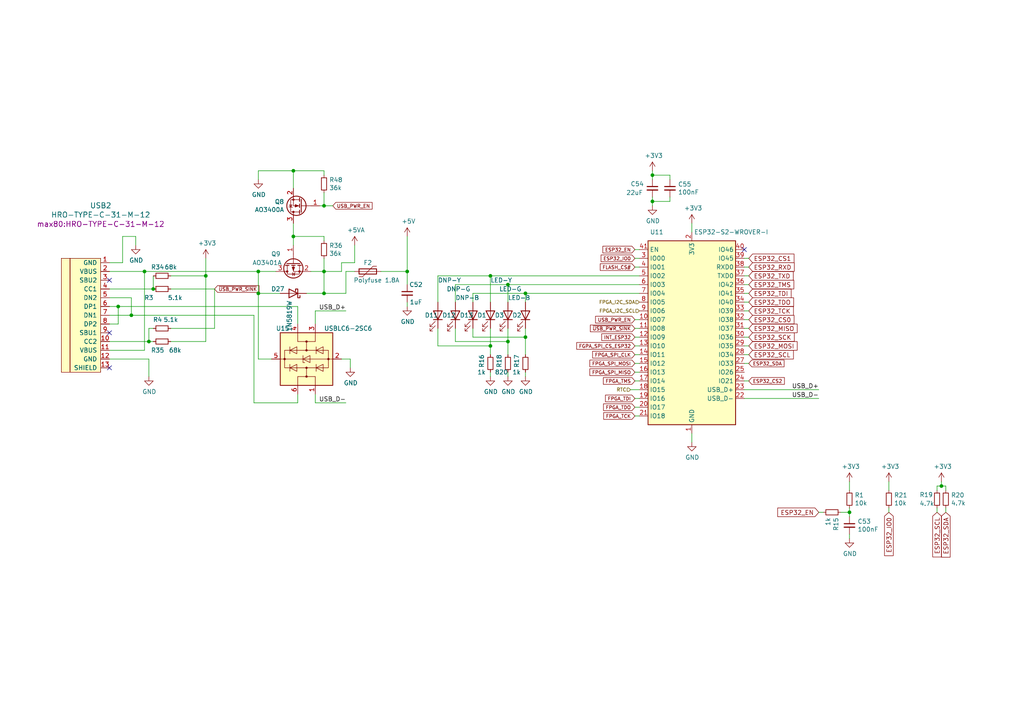
<source format=kicad_sch>
(kicad_sch (version 20230121) (generator eeschema)
  (paper "A4")
  (title_block (title "MAX80") (date "2021-02-22") (rev "0.01") (company "Peter o Per"))
  (lib_symbols
    (symbol "Device:C_Small" (pin_numbers hide) (pin_names (offset 0.254) hide)
      (property "Reference" "C" (at 0.254 1.778 0))
      (property "Value" "Device_C_Small" (at 0.254 -2.032 0))
      (symbol "C_Small_0_1"
        (polyline (pts (xy -1.524 -0.508) (xy 1.524 -0.508)) (stroke (width 0.3302)))
        (polyline (pts (xy -1.524 0.508) (xy 1.524 0.508)) (stroke (width 0.3048)))
      )
      (symbol "C_Small_1_1"
        (pin passive line (at 0 2.54 270) (length 2.032) (name "~") (number "1"))
        (pin passive line (at 0 -2.54 90) (length 2.032) (name "~") (number "2"))
      )
    )
    (symbol "Device:D_Schottky" (pin_numbers hide) (pin_names (offset 1.016) hide)
      (property "Reference" "D" (at 0 2.54 0))
      (property "Value" "Device_D_Schottky" (at 0 -2.54 0))
      (symbol "D_Schottky_0_1"
        (polyline (pts (xy 1.27 0) (xy -1.27 0)))
        (polyline (pts (xy 1.27 1.27) (xy 1.27 -1.27) (xy -1.27 0) (xy 1.27 1.27)) (stroke (width 0.254)))
        (polyline (pts (xy -1.905 0.635) (xy -1.905 1.27) (xy -1.27 1.27) (xy -1.27 -1.27) (xy -0.635 -1.27) (xy -0.635 -0.635)) (stroke (width 0.254)))
      )
      (symbol "D_Schottky_1_1"
        (pin passive line (at -3.81 0 0) (length 2.54) (name "K") (number "1"))
        (pin passive line (at 3.81 0 180) (length 2.54) (name "A") (number "2"))
      )
    )
    (symbol "Device:LED" (pin_numbers hide) (pin_names (offset 1.016) hide)
      (property "Reference" "D" (at 0 2.54 0))
      (property "Value" "Device_LED" (at 0 -2.54 0))
      (symbol "LED_0_1"
        (polyline (pts (xy -1.27 -1.27) (xy -1.27 1.27)) (stroke (width 0.254)))
        (polyline (pts (xy -1.27 0) (xy 1.27 0)))
        (polyline (pts (xy 1.27 -1.27) (xy 1.27 1.27) (xy -1.27 0) (xy 1.27 -1.27)) (stroke (width 0.254)))
        (polyline (pts (xy -3.048 -0.762) (xy -4.572 -2.286) (xy -3.81 -2.286) (xy -4.572 -2.286) (xy -4.572 -1.524)))
        (polyline (pts (xy -1.778 -0.762) (xy -3.302 -2.286) (xy -2.54 -2.286) (xy -3.302 -2.286) (xy -3.302 -1.524)))
      )
      (symbol "LED_1_1"
        (pin passive line (at -3.81 0 0) (length 2.54) (name "K") (number "1"))
        (pin passive line (at 3.81 0 180) (length 2.54) (name "A") (number "2"))
      )
    )
    (symbol "Device:Polyfuse" (pin_numbers hide) (pin_names (offset 0))
      (property "Reference" "F" (at -2.54 0 90))
      (property "Value" "Device_Polyfuse" (at 2.54 0 90))
      (symbol "Polyfuse_0_1"
        (rectangle (start -0.762 2.54) (end 0.762 -2.54) (stroke (width 0.254)))
        (polyline (pts (xy 0 2.54) (xy 0 -2.54)))
        (polyline (pts (xy -1.524 2.54) (xy -1.524 1.524) (xy 1.524 -1.524) (xy 1.524 -2.54)))
      )
      (symbol "Polyfuse_1_1"
        (pin passive line (at 0 3.81 270) (length 1.27) (name "~") (number "1"))
        (pin passive line (at 0 -3.81 90) (length 1.27) (name "~") (number "2"))
      )
    )
    (symbol "Device:R_Small" (pin_numbers hide) (pin_names (offset 0.254) hide)
      (property "Reference" "R" (at 0.762 0.508 0))
      (property "Value" "Device_R_Small" (at 0.762 -1.016 0))
      (symbol "R_Small_0_1"
        (rectangle (start -0.762 1.778) (end 0.762 -1.778) (stroke (width 0.2032)))
      )
      (symbol "R_Small_1_1"
        (pin passive line (at 0 2.54 270) (length 0.762) (name "~") (number "1"))
        (pin passive line (at 0 -2.54 90) (length 0.762) (name "~") (number "2"))
      )
    )
    (symbol "Power_Protection:USBLC6-2SC6" (pin_names hide)
      (property "Reference" "U" (at 2.54 8.89 0))
      (property "Value" "Power_Protection_USBLC6-2SC6" (at 2.54 -8.89 0))
      (symbol "USBLC6-2SC6_0_1"
        (rectangle (start -7.62 -7.62) (end 7.62 7.62) (stroke (width 0.254)) (fill (type background)))
        (circle (center -5.08 0) (radius 0.254) (fill (type outline)))
        (circle (center -2.54 0) (radius 0.254) (fill (type outline)))
        (rectangle (start -2.54 6.35) (end 2.54 -6.35))
        (circle (center 0 -6.35) (radius 0.254) (fill (type outline)))
        (polyline (pts (xy -5.08 -2.54) (xy -7.62 -2.54)))
        (polyline (pts (xy -5.08 0) (xy -5.08 -2.54)))
        (polyline (pts (xy -5.08 2.54) (xy -7.62 2.54)))
        (polyline (pts (xy -1.524 -2.794) (xy -3.556 -2.794)))
        (polyline (pts (xy -1.524 4.826) (xy -3.556 4.826)))
        (polyline (pts (xy 0 -7.62) (xy 0 -6.35)))
        (polyline (pts (xy 0 -6.35) (xy 0 1.27)))
        (polyline (pts (xy 0 1.27) (xy 0 6.35)))
        (polyline (pts (xy 0 6.35) (xy 0 7.62)))
        (polyline (pts (xy 1.524 -2.794) (xy 3.556 -2.794)))
        (polyline (pts (xy 1.524 4.826) (xy 3.556 4.826)))
        (polyline (pts (xy 5.08 -2.54) (xy 7.62 -2.54)))
        (polyline (pts (xy 5.08 0) (xy 5.08 -2.54)))
        (polyline (pts (xy 5.08 2.54) (xy 7.62 2.54)))
        (polyline (pts (xy -2.54 0) (xy -5.08 0) (xy -5.08 2.54)))
        (polyline (pts (xy 2.54 0) (xy 5.08 0) (xy 5.08 2.54)))
        (polyline (pts (xy -3.556 -4.826) (xy -1.524 -4.826) (xy -2.54 -2.794) (xy -3.556 -4.826)))
        (polyline (pts (xy -3.556 2.794) (xy -1.524 2.794) (xy -2.54 4.826) (xy -3.556 2.794)))
        (polyline (pts (xy -1.016 -1.016) (xy 1.016 -1.016) (xy 0 1.016) (xy -1.016 -1.016)))
        (polyline (pts (xy 1.016 1.016) (xy 0.762 1.016) (xy -1.016 1.016) (xy -1.016 0.508)))
        (polyline (pts (xy 3.556 -4.826) (xy 1.524 -4.826) (xy 2.54 -2.794) (xy 3.556 -4.826)))
        (polyline (pts (xy 3.556 2.794) (xy 1.524 2.794) (xy 2.54 4.826) (xy 3.556 2.794)))
        (circle (center 0 6.35) (radius 0.254) (fill (type outline)))
        (circle (center 2.54 0) (radius 0.254) (fill (type outline)))
        (circle (center 5.08 0) (radius 0.254) (fill (type outline)))
      )
      (symbol "USBLC6-2SC6_1_1"
        (pin passive line (at -10.16 -2.54 0) (length 2.54) (name "I/O1") (number "1"))
        (pin passive line (at 0 -10.16 90) (length 2.54) (name "GND") (number "2"))
        (pin passive line (at 10.16 -2.54 180) (length 2.54) (name "I/O2") (number "3"))
        (pin passive line (at 10.16 2.54 180) (length 2.54) (name "I/O2") (number "4"))
        (pin passive line (at 0 10.16 270) (length 2.54) (name "VBUS") (number "5"))
        (pin passive line (at -10.16 2.54 0) (length 2.54) (name "I/O1") (number "6"))
      )
    )
    (symbol "RF_Module:ESP32-S2-WROVER-I"
      (property "Reference" "U" (at -12.7 29.21 0))
      (property "Value" "RF_Module_ESP32-S2-WROVER-I" (at 2.54 29.21 0))
      (symbol "ESP32-S2-WROVER-I_0_1"
        (rectangle (start -12.7 27.94) (end 12.7 -25.4) (stroke (width 0.254)) (fill (type background)))
      )
      (symbol "ESP32-S2-WROVER-I_1_1"
        (pin power_in line (at 0 -27.94 90) (length 2.54) (name "GND") (number "1"))
        (pin bidirectional line (at -15.24 5.08 0) (length 2.54) (name "IO07") (number "10"))
        (pin bidirectional line (at -15.24 2.54 0) (length 2.54) (name "IO08") (number "11"))
        (pin bidirectional line (at -15.24 0 0) (length 2.54) (name "IO09") (number "12"))
        (pin bidirectional line (at -15.24 -2.54 0) (length 2.54) (name "IO10") (number "13"))
        (pin bidirectional line (at -15.24 -5.08 0) (length 2.54) (name "IO11") (number "14"))
        (pin bidirectional line (at -15.24 -7.62 0) (length 2.54) (name "IO12") (number "15"))
        (pin bidirectional line (at -15.24 -10.16 0) (length 2.54) (name "IO13") (number "16"))
        (pin bidirectional line (at -15.24 -12.7 0) (length 2.54) (name "IO14") (number "17"))
        (pin bidirectional line (at -15.24 -15.24 0) (length 2.54) (name "IO15") (number "18"))
        (pin bidirectional line (at -15.24 -17.78 0) (length 2.54) (name "IO16") (number "19"))
        (pin power_in line (at 0 30.48 270) (length 2.54) (name "3V3") (number "2"))
        (pin bidirectional line (at -15.24 -20.32 0) (length 2.54) (name "IO17") (number "20"))
        (pin bidirectional line (at -15.24 -22.86 0) (length 2.54) (name "IO18") (number "21"))
        (pin bidirectional line (at 15.24 -17.78 180) (length 2.54) (name "USB_D-") (number "22"))
        (pin bidirectional line (at 15.24 -15.24 180) (length 2.54) (name "USB_D+") (number "23"))
        (pin bidirectional line (at 15.24 -12.7 180) (length 2.54) (name "IO21") (number "24"))
        (pin bidirectional line (at 15.24 -10.16 180) (length 2.54) (name "IO26") (number "25"))
        (pin passive line (at 0 -27.94 90) (length 2.54) hide (name "GND") (number "26"))
        (pin bidirectional line (at 15.24 -7.62 180) (length 2.54) (name "IO33") (number "27"))
        (pin bidirectional line (at 15.24 -5.08 180) (length 2.54) (name "IO34") (number "28"))
        (pin bidirectional line (at 15.24 -2.54 180) (length 2.54) (name "IO35") (number "29"))
        (pin bidirectional line (at -15.24 22.86 0) (length 2.54) (name "IO00") (number "3"))
        (pin bidirectional line (at 15.24 0 180) (length 2.54) (name "IO36") (number "30"))
        (pin bidirectional line (at 15.24 2.54 180) (length 2.54) (name "IO37") (number "31"))
        (pin bidirectional line (at 15.24 5.08 180) (length 2.54) (name "IO38") (number "32"))
        (pin bidirectional line (at 15.24 7.62 180) (length 2.54) (name "IO39") (number "33"))
        (pin bidirectional line (at 15.24 10.16 180) (length 2.54) (name "IO40") (number "34"))
        (pin bidirectional line (at 15.24 12.7 180) (length 2.54) (name "IO41") (number "35"))
        (pin bidirectional line (at 15.24 15.24 180) (length 2.54) (name "IO42") (number "36"))
        (pin bidirectional line (at 15.24 17.78 180) (length 2.54) (name "TXD0") (number "37"))
        (pin bidirectional line (at 15.24 20.32 180) (length 2.54) (name "RXD0") (number "38"))
        (pin bidirectional line (at 15.24 22.86 180) (length 2.54) (name "IO45") (number "39"))
        (pin bidirectional line (at -15.24 20.32 0) (length 2.54) (name "IO01") (number "4"))
        (pin input line (at 15.24 25.4 180) (length 2.54) (name "IO46") (number "40"))
        (pin input line (at -15.24 25.4 0) (length 2.54) (name "EN") (number "41"))
        (pin passive line (at 0 -27.94 90) (length 2.54) hide (name "GND") (number "42"))
        (pin passive line (at 0 -27.94 90) (length 2.54) hide (name "GND") (number "43"))
        (pin bidirectional line (at -15.24 17.78 0) (length 2.54) (name "IO02") (number "5"))
        (pin bidirectional line (at -15.24 15.24 0) (length 2.54) (name "IO03") (number "6"))
        (pin bidirectional line (at -15.24 12.7 0) (length 2.54) (name "IO04") (number "7"))
        (pin bidirectional line (at -15.24 10.16 0) (length 2.54) (name "IO05") (number "8"))
        (pin bidirectional line (at -15.24 7.62 0) (length 2.54) (name "IO06") (number "9"))
      )
    )
    (symbol "Transistor_FET:AO3400A" (pin_names hide)
      (property "Reference" "Q" (at 5.08 1.905 0))
      (property "Value" "Transistor_FET_AO3400A" (at 5.08 0 0))
      (symbol "AO3400A_0_1"
        (polyline (pts (xy 0.254 0) (xy -2.54 0)))
        (polyline (pts (xy 0.254 1.905) (xy 0.254 -1.905)) (stroke (width 0.254)))
        (polyline (pts (xy 0.762 -1.27) (xy 0.762 -2.286)) (stroke (width 0.254)))
        (polyline (pts (xy 0.762 0.508) (xy 0.762 -0.508)) (stroke (width 0.254)))
        (polyline (pts (xy 0.762 2.286) (xy 0.762 1.27)) (stroke (width 0.254)))
        (polyline (pts (xy 2.54 2.54) (xy 2.54 1.778)))
        (polyline (pts (xy 2.54 -2.54) (xy 2.54 0) (xy 0.762 0)))
        (polyline (pts (xy 0.762 -1.778) (xy 3.302 -1.778) (xy 3.302 1.778) (xy 0.762 1.778)))
        (polyline (pts (xy 1.016 0) (xy 2.032 0.381) (xy 2.032 -0.381) (xy 1.016 0)) (fill (type outline)))
        (polyline (pts (xy 2.794 0.508) (xy 2.921 0.381) (xy 3.683 0.381) (xy 3.81 0.254)))
        (polyline (pts (xy 3.302 0.381) (xy 2.921 -0.254) (xy 3.683 -0.254) (xy 3.302 0.381)))
        (circle (center 1.651 0) (radius 2.794) (stroke (width 0.254)))
        (circle (center 2.54 -1.778) (radius 0.254) (fill (type outline)))
        (circle (center 2.54 1.778) (radius 0.254) (fill (type outline)))
      )
      (symbol "AO3400A_1_1"
        (pin input line (at -5.08 0 0) (length 2.54) (name "G") (number "1"))
        (pin passive line (at 2.54 -5.08 90) (length 2.54) (name "S") (number "2"))
        (pin passive line (at 2.54 5.08 270) (length 2.54) (name "D") (number "3"))
      )
    )
    (symbol "Transistor_FET:AO3401A" (pin_names hide)
      (property "Reference" "Q" (at 5.08 1.905 0))
      (property "Value" "Transistor_FET_AO3401A" (at 5.08 0 0))
      (symbol "AO3401A_0_1"
        (polyline (pts (xy 0.254 0) (xy -2.54 0)))
        (polyline (pts (xy 0.254 1.905) (xy 0.254 -1.905)) (stroke (width 0.254)))
        (polyline (pts (xy 0.762 -1.27) (xy 0.762 -2.286)) (stroke (width 0.254)))
        (polyline (pts (xy 0.762 0.508) (xy 0.762 -0.508)) (stroke (width 0.254)))
        (polyline (pts (xy 0.762 2.286) (xy 0.762 1.27)) (stroke (width 0.254)))
        (polyline (pts (xy 2.54 2.54) (xy 2.54 1.778)))
        (polyline (pts (xy 2.54 -2.54) (xy 2.54 0) (xy 0.762 0)))
        (polyline (pts (xy 0.762 1.778) (xy 3.302 1.778) (xy 3.302 -1.778) (xy 0.762 -1.778)))
        (polyline (pts (xy 2.286 0) (xy 1.27 0.381) (xy 1.27 -0.381) (xy 2.286 0)) (fill (type outline)))
        (polyline (pts (xy 2.794 -0.508) (xy 2.921 -0.381) (xy 3.683 -0.381) (xy 3.81 -0.254)))
        (polyline (pts (xy 3.302 -0.381) (xy 2.921 0.254) (xy 3.683 0.254) (xy 3.302 -0.381)))
        (circle (center 1.651 0) (radius 2.794) (stroke (width 0.254)))
        (circle (center 2.54 -1.778) (radius 0.254) (fill (type outline)))
        (circle (center 2.54 1.778) (radius 0.254) (fill (type outline)))
      )
      (symbol "AO3401A_1_1"
        (pin input line (at -5.08 0 0) (length 2.54) (name "G") (number "1"))
        (pin passive line (at 2.54 -5.08 90) (length 2.54) (name "S") (number "2"))
        (pin passive line (at 2.54 5.08 270) (length 2.54) (name "D") (number "3"))
      )
    )
    (symbol "max80:HRO-TYPE-C-31-M-12" (pin_names (offset 1.016))
      (property "Reference" "USB" (at -5.08 16.51 0))
      (property "Value" "HRO-TYPE-C-31-M-12" (at -10.16 -1.27 90))
      (symbol "HRO-TYPE-C-31-M-12_0_1"
        (rectangle (start -11.43 15.24) (end -8.89 -17.78) (fill (type background)))
        (rectangle (start 0 -17.78) (end -8.89 15.24) (fill (type background)))
      )
      (symbol "HRO-TYPE-C-31-M-12_1_1"
        (pin input line (at 2.54 13.97 180) (length 2.54) (name "GND") (number "1"))
        (pin input line (at 2.54 -8.89 180) (length 2.54) (name "CC2") (number "10"))
        (pin input line (at 2.54 -11.43 180) (length 2.54) (name "VBUS") (number "11"))
        (pin input line (at 2.54 -13.97 180) (length 2.54) (name "GND") (number "12"))
        (pin input line (at 2.54 -16.51 180) (length 2.54) (name "SHIELD") (number "13"))
        (pin input line (at 2.54 11.43 180) (length 2.54) (name "VBUS") (number "2"))
        (pin input line (at 2.54 8.89 180) (length 2.54) (name "SBU2") (number "3"))
        (pin input line (at 2.54 6.35 180) (length 2.54) (name "CC1") (number "4"))
        (pin input line (at 2.54 3.81 180) (length 2.54) (name "DN2") (number "5"))
        (pin input line (at 2.54 1.27 180) (length 2.54) (name "DP1") (number "6"))
        (pin input line (at 2.54 -1.27 180) (length 2.54) (name "DN1") (number "7"))
        (pin input line (at 2.54 -3.81 180) (length 2.54) (name "DP2") (number "8"))
        (pin input line (at 2.54 -6.35 180) (length 2.54) (name "SBU1") (number "9"))
      )
    )
    (symbol "power:+3V3" (power) (pin_names (offset 0))
      (property "Value" "power_+3V3" (at 0 3.556 0))
      (symbol "+3V3_0_1"
        (polyline (pts (xy -0.762 1.27) (xy 0 2.54)))
        (polyline (pts (xy 0 0) (xy 0 2.54)))
        (polyline (pts (xy 0 2.54) (xy 0.762 1.27)))
      )
      (symbol "+3V3_1_1"
        (pin power_in line (at 0 0 90) (length 0) hide (name "+3V3") (number "1"))
      )
    )
    (symbol "power:+5V" (power) (pin_names (offset 0))
      (property "Value" "power_+5V" (at 0 3.556 0))
      (symbol "+5V_0_1"
        (polyline (pts (xy -0.762 1.27) (xy 0 2.54)))
        (polyline (pts (xy 0 0) (xy 0 2.54)))
        (polyline (pts (xy 0 2.54) (xy 0.762 1.27)))
      )
      (symbol "+5V_1_1"
        (pin power_in line (at 0 0 90) (length 0) hide (name "+5V") (number "1"))
      )
    )
    (symbol "power:+5VA" (power) (pin_names (offset 0))
      (property "Value" "power_+5VA" (at 0 3.556 0))
      (symbol "+5VA_0_1"
        (polyline (pts (xy -0.762 1.27) (xy 0 2.54)))
        (polyline (pts (xy 0 0) (xy 0 2.54)))
        (polyline (pts (xy 0 2.54) (xy 0.762 1.27)))
      )
      (symbol "+5VA_1_1"
        (pin power_in line (at 0 0 90) (length 0) hide (name "+5VA") (number "1"))
      )
    )
    (symbol "power:GND" (power) (pin_names (offset 0))
      (property "Value" "power_GND" (at 0 -3.81 0))
      (symbol "GND_0_1"
        (polyline (pts (xy 0 0) (xy 0 -1.27) (xy 1.27 -1.27) (xy 0 -2.54) (xy -1.27 -1.27) (xy 0 -1.27)))
      )
      (symbol "GND_1_1"
        (pin power_in line (at 0 0 270) (length 0) hide (name "GND") (number "1"))
      )
    )
  )
  (junction (at 85.09 49.53))
  (junction (at 246.38 148.59))
  (junction (at 93.98 59.69))
  (junction (at 93.98 85.09))
  (junction (at 74.93 78.74))
  (junction (at 189.23 50.8))
  (junction (at 44.45 83.82))
  (junction (at 38.1 91.44))
  (junction (at 118.11 78.74))
  (junction (at 74.93 85.09))
  (junction (at 41.91 78.74))
  (junction (at 152.4 85.09))
  (junction (at 273.05 140.97))
  (junction (at 59.69 80.01))
  (junction (at 147.32 99.06))
  (junction (at 34.29 88.9))
  (junction (at 43.18 99.06))
  (junction (at 147.32 82.55))
  (junction (at 85.09 68.58))
  (junction (at 152.4 97.79))
  (junction (at 142.24 100.33))
  (junction (at 189.23 58.42))
  (junction (at 142.24 80.01))
  (junction (at 93.98 78.74))
  (no_connect (at 31.75 96.52))
  (no_connect (at 31.75 106.68))
  (no_connect (at 215.9 72.39))
  (no_connect (at 31.75 81.28))
  (wire (pts (xy 185.42 100.33) (xy 184.15 100.33)))
  (wire (pts (xy 152.4 95.25) (xy 152.4 97.79)))
  (wire (pts (xy 86.36 88.9) (xy 86.36 93.98)))
  (wire (pts (xy 85.09 68.58) (xy 93.98 68.58)))
  (wire (pts (xy 184.15 120.65) (xy 185.42 120.65)))
  (wire (pts (xy 142.24 80.01) (xy 185.42 80.01)))
  (wire (pts (xy 273.05 140.97) (xy 274.32 140.97)))
  (wire (pts (xy 93.98 85.09) (xy 100.33 85.09)))
  (wire (pts (xy 246.38 147.32) (xy 246.38 148.59)))
  (wire (pts (xy 31.75 86.36) (xy 38.1 86.36)))
  (wire (pts (xy 127 87.63) (xy 127 80.01)))
  (wire (pts (xy 93.98 49.53) (xy 93.98 50.8)))
  (wire (pts (xy 127 95.25) (xy 127 100.33)))
  (wire (pts (xy 147.32 99.06) (xy 147.32 95.25)))
  (wire (pts (xy 99.06 104.14) (xy 101.6 104.14)))
  (wire (pts (xy 38.1 86.36) (xy 38.1 91.44)))
  (wire (pts (xy 44.45 80.01) (xy 44.45 83.82)))
  (wire (pts (xy 127 100.33) (xy 142.24 100.33)))
  (wire (pts (xy 41.91 101.6) (xy 41.91 78.74)))
  (wire (pts (xy 132.08 95.25) (xy 132.08 99.06)))
  (wire (pts (xy 92.71 59.69) (xy 93.98 59.69)))
  (wire (pts (xy 200.66 64.77) (xy 200.66 67.31)))
  (wire (pts (xy 62.23 95.25) (xy 49.53 95.25)))
  (wire (pts (xy 184.15 74.93) (xy 185.42 74.93)))
  (wire (pts (xy 91.44 116.84) (xy 91.44 114.3)))
  (wire (pts (xy 93.98 68.58) (xy 93.98 69.85)))
  (wire (pts (xy 93.98 78.74) (xy 93.98 85.09)))
  (wire (pts (xy 93.98 59.69) (xy 96.52 59.69)))
  (wire (pts (xy 215.9 77.47) (xy 217.17 77.47)))
  (wire (pts (xy 152.4 85.09) (xy 152.4 87.63)))
  (wire (pts (xy 152.4 85.09) (xy 185.42 85.09)))
  (wire (pts (xy 142.24 95.25) (xy 142.24 100.33)))
  (wire (pts (xy 38.1 91.44) (xy 73.66 91.44)))
  (wire (pts (xy 118.11 68.58) (xy 118.11 78.74)))
  (wire (pts (xy 31.75 101.6) (xy 41.91 101.6)))
  (wire (pts (xy 99.06 78.74) (xy 99.06 76.2)))
  (wire (pts (xy 185.42 110.49) (xy 184.15 110.49)))
  (wire (pts (xy 147.32 99.06) (xy 147.32 102.87)))
  (wire (pts (xy 90.17 78.74) (xy 93.98 78.74)))
  (wire (pts (xy 152.4 107.95) (xy 152.4 109.22)))
  (wire (pts (xy 31.75 91.44) (xy 38.1 91.44)))
  (wire (pts (xy 31.75 76.2) (xy 35.56 76.2)))
  (wire (pts (xy 132.08 82.55) (xy 147.32 82.55)))
  (wire (pts (xy 274.32 147.32) (xy 274.32 148.59)))
  (wire (pts (xy 274.32 140.97) (xy 274.32 142.24)))
  (wire (pts (xy 41.91 78.74) (xy 74.93 78.74)))
  (wire (pts (xy 59.69 80.01) (xy 59.69 74.93)))
  (wire (pts (xy 31.75 93.98) (xy 34.29 93.98)))
  (wire (pts (xy 85.09 49.53) (xy 93.98 49.53)))
  (wire (pts (xy 73.66 116.84) (xy 86.36 116.84)))
  (wire (pts (xy 185.42 105.41) (xy 184.15 105.41)))
  (wire (pts (xy 34.29 88.9) (xy 86.36 88.9)))
  (wire (pts (xy 35.56 68.58) (xy 39.37 68.58)))
  (wire (pts (xy 110.49 78.74) (xy 118.11 78.74)))
  (wire (pts (xy 147.32 82.55) (xy 185.42 82.55)))
  (wire (pts (xy 74.93 85.09) (xy 81.28 85.09)))
  (wire (pts (xy 118.11 87.63) (xy 118.11 88.9)))
  (wire (pts (xy 93.98 85.09) (xy 88.9 85.09)))
  (wire (pts (xy 49.53 80.01) (xy 59.69 80.01)))
  (wire (pts (xy 85.09 71.12) (xy 85.09 68.58)))
  (wire (pts (xy 93.98 78.74) (xy 99.06 78.74)))
  (wire (pts (xy 152.4 85.09) (xy 137.16 85.09)))
  (wire (pts (xy 189.23 58.42) (xy 194.31 58.42)))
  (wire (pts (xy 271.78 142.24) (xy 271.78 140.97)))
  (wire (pts (xy 271.78 140.97) (xy 273.05 140.97)))
  (wire (pts (xy 74.93 52.07) (xy 74.93 49.53)))
  (wire (pts (xy 59.69 99.06) (xy 59.69 80.01)))
  (wire (pts (xy 215.9 95.25) (xy 217.17 95.25)))
  (wire (pts (xy 43.18 99.06) (xy 44.45 99.06)))
  (wire (pts (xy 243.84 148.59) (xy 246.38 148.59)))
  (wire (pts (xy 194.31 58.42) (xy 194.31 57.15)))
  (wire (pts (xy 246.38 154.94) (xy 246.38 156.21)))
  (wire (pts (xy 100.33 85.09) (xy 100.33 78.74)))
  (wire (pts (xy 34.29 93.98) (xy 34.29 88.9)))
  (wire (pts (xy 31.75 99.06) (xy 43.18 99.06)))
  (wire (pts (xy 39.37 68.58) (xy 39.37 71.12)))
  (wire (pts (xy 215.9 90.17) (xy 217.17 90.17)))
  (wire (pts (xy 142.24 100.33) (xy 142.24 102.87)))
  (wire (pts (xy 184.15 118.11) (xy 185.42 118.11)))
  (wire (pts (xy 93.98 59.69) (xy 93.98 55.88)))
  (wire (pts (xy 35.56 76.2) (xy 35.56 68.58)))
  (wire (pts (xy 194.31 50.8) (xy 194.31 52.07)))
  (wire (pts (xy 118.11 78.74) (xy 118.11 82.55)))
  (wire (pts (xy 189.23 49.53) (xy 189.23 50.8)))
  (wire (pts (xy 257.81 139.7) (xy 257.81 142.24)))
  (wire (pts (xy 215.9 110.49) (xy 217.17 110.49)))
  (wire (pts (xy 43.18 99.06) (xy 43.18 95.25)))
  (wire (pts (xy 137.16 85.09) (xy 137.16 87.63)))
  (wire (pts (xy 215.9 105.41) (xy 217.17 105.41)))
  (wire (pts (xy 215.9 92.71) (xy 217.17 92.71)))
  (wire (pts (xy 273.05 139.7) (xy 273.05 140.97)))
  (wire (pts (xy 73.66 91.44) (xy 73.66 116.84)))
  (wire (pts (xy 215.9 74.93) (xy 217.17 74.93)))
  (wire (pts (xy 93.98 74.93) (xy 93.98 78.74)))
  (wire (pts (xy 74.93 85.09) (xy 74.93 104.14)))
  (wire (pts (xy 85.09 54.61) (xy 85.09 49.53)))
  (wire (pts (xy 31.75 104.14) (xy 43.18 104.14)))
  (wire (pts (xy 43.18 104.14) (xy 43.18 109.22)))
  (wire (pts (xy 74.93 78.74) (xy 74.93 85.09)))
  (wire (pts (xy 147.32 107.95) (xy 147.32 109.22)))
  (wire (pts (xy 184.15 107.95) (xy 185.42 107.95)))
  (wire (pts (xy 237.49 148.59) (xy 238.76 148.59)))
  (wire (pts (xy 200.66 125.73) (xy 200.66 128.27)))
  (wire (pts (xy 86.36 116.84) (xy 86.36 114.3)))
  (wire (pts (xy 257.81 147.32) (xy 257.81 148.59)))
  (wire (pts (xy 215.9 87.63) (xy 217.17 87.63)))
  (wire (pts (xy 49.53 99.06) (xy 59.69 99.06)))
  (wire (pts (xy 184.15 115.57) (xy 185.42 115.57)))
  (wire (pts (xy 215.9 80.01) (xy 217.17 80.01)))
  (wire (pts (xy 101.6 104.14) (xy 101.6 106.68)))
  (wire (pts (xy 132.08 99.06) (xy 147.32 99.06)))
  (wire (pts (xy 271.78 147.32) (xy 271.78 148.59)))
  (wire (pts (xy 142.24 107.95) (xy 142.24 109.22)))
  (wire (pts (xy 152.4 97.79) (xy 152.4 102.87)))
  (wire (pts (xy 85.09 68.58) (xy 85.09 64.77)))
  (wire (pts (xy 184.15 72.39) (xy 185.42 72.39)))
  (wire (pts (xy 132.08 87.63) (xy 132.08 82.55)))
  (wire (pts (xy 184.15 92.71) (xy 185.42 92.71)))
  (wire (pts (xy 184.15 95.25) (xy 185.42 95.25)))
  (wire (pts (xy 49.53 83.82) (xy 62.23 83.82)))
  (wire (pts (xy 31.75 88.9) (xy 34.29 88.9)))
  (wire (pts (xy 184.15 97.79) (xy 185.42 97.79)))
  (wire (pts (xy 189.23 58.42) (xy 189.23 59.69)))
  (wire (pts (xy 215.9 102.87) (xy 217.17 102.87)))
  (wire (pts (xy 215.9 100.33) (xy 217.17 100.33)))
  (wire (pts (xy 215.9 113.03) (xy 237.49 113.03)))
  (wire (pts (xy 246.38 139.7) (xy 246.38 142.24)))
  (wire (pts (xy 182.88 113.03) (xy 185.42 113.03)))
  (wire (pts (xy 137.16 95.25) (xy 137.16 97.79)))
  (wire (pts (xy 142.24 80.01) (xy 142.24 87.63)))
  (wire (pts (xy 215.9 82.55) (xy 217.17 82.55)))
  (wire (pts (xy 99.06 76.2) (xy 102.87 76.2)))
  (wire (pts (xy 189.23 50.8) (xy 189.23 52.07)))
  (wire (pts (xy 215.9 97.79) (xy 217.17 97.79)))
  (wire (pts (xy 100.33 78.74) (xy 102.87 78.74)))
  (wire (pts (xy 184.15 77.47) (xy 185.42 77.47)))
  (wire (pts (xy 31.75 78.74) (xy 41.91 78.74)))
  (wire (pts (xy 215.9 115.57) (xy 237.49 115.57)))
  (wire (pts (xy 91.44 116.84) (xy 100.33 116.84)))
  (wire (pts (xy 189.23 50.8) (xy 194.31 50.8)))
  (wire (pts (xy 43.18 95.25) (xy 44.45 95.25)))
  (wire (pts (xy 127 80.01) (xy 142.24 80.01)))
  (wire (pts (xy 189.23 57.15) (xy 189.23 58.42)))
  (wire (pts (xy 184.15 102.87) (xy 185.42 102.87)))
  (wire (pts (xy 91.44 90.17) (xy 100.33 90.17)))
  (wire (pts (xy 215.9 85.09) (xy 217.17 85.09)))
  (wire (pts (xy 62.23 83.82) (xy 62.23 95.25)))
  (wire (pts (xy 102.87 76.2) (xy 102.87 71.12)))
  (wire (pts (xy 74.93 49.53) (xy 85.09 49.53)))
  (wire (pts (xy 246.38 148.59) (xy 246.38 149.86)))
  (wire (pts (xy 91.44 93.98) (xy 91.44 90.17)))
  (wire (pts (xy 137.16 97.79) (xy 152.4 97.79)))
  (wire (pts (xy 31.75 83.82) (xy 44.45 83.82)))
  (wire (pts (xy 147.32 82.55) (xy 147.32 87.63)))
  (wire (pts (xy 74.93 104.14) (xy 78.74 104.14)))
  (wire (pts (xy 74.93 78.74) (xy 80.01 78.74)))
  (label "USB_D+" (at 237.49 113.03 180))
  (label "USB_D+" (at 100.33 90.17 180))
  (label "USB_D-" (at 237.49 115.57 180))
  (label "USB_D-" (at 100.33 116.84 180))
  (global_label "ESP32_MISO" (shape input) (at 217.17 95.25 0) (property "Intersheetrefs" "${INTERSHEET_REFS}" (effects hide)))
  (global_label "ESP32_EN" (shape input) (at 184.15 72.39 180) (effects (font (size 0.9906 0.9906))) (property "Intersheetrefs" "${INTERSHEET_REFS}" (effects hide)))
  (global_label "ESP32_TCK" (shape input) (at 217.17 90.17 0) (property "Intersheetrefs" "${INTERSHEET_REFS}" (effects hide)))
  (global_label "FLASH_CS#" (shape input) (at 184.15 77.47 180) (effects (font (size 0.9906 0.9906))) (property "Intersheetrefs" "${INTERSHEET_REFS}" (effects hide)))
  (global_label "ESP32_CS1" (shape input) (at 217.17 74.93 0) (property "Intersheetrefs" "${INTERSHEET_REFS}" (effects hide)))
  (global_label "ESP32_TDI" (shape input) (at 217.17 85.09 0) (property "Intersheetrefs" "${INTERSHEET_REFS}" (effects hide)))
  (global_label "ESP32_TXD" (shape input) (at 217.17 80.01 0) (property "Intersheetrefs" "${INTERSHEET_REFS}" (effects hide)))
  (global_label "ESP32_TDO" (shape input) (at 217.17 87.63 0) (property "Intersheetrefs" "${INTERSHEET_REFS}" (effects hide)))
  (global_label "FPGA_TDO" (shape input) (at 184.15 118.11 180) (effects (font (size 0.9906 0.9906))) (property "Intersheetrefs" "${INTERSHEET_REFS}" (effects hide)))
  (global_label "FPGA_SPI_MOSI" (shape input) (at 184.15 105.41 180) (effects (font (size 0.9906 0.9906))) (property "Intersheetrefs" "${INTERSHEET_REFS}" (effects hide)))
  (global_label "ESP32_TMS" (shape input) (at 217.17 82.55 0) (property "Intersheetrefs" "${INTERSHEET_REFS}" (effects hide)))
  (global_label "ESP32_SDA" (shape input) (at 274.32 148.59 270) (property "Intersheetrefs" "${INTERSHEET_REFS}" (effects hide)))
  (global_label "ESP32_IO0" (shape input) (at 257.81 148.59 270) (property "Intersheetrefs" "${INTERSHEET_REFS}" (effects hide)))
  (global_label "ESP32_EN" (shape input) (at 237.49 148.59 180) (property "Intersheetrefs" "${INTERSHEET_REFS}" (effects hide)))
  (global_label "ESP32_SCL" (shape input) (at 217.17 102.87 0) (property "Intersheetrefs" "${INTERSHEET_REFS}" (effects hide)))
  (global_label "FGPA_SPI_CS_ESP32" (shape input) (at 184.15 100.33 180) (effects (font (size 0.9906 0.9906))) (property "Intersheetrefs" "${INTERSHEET_REFS}" (effects hide)))
  (global_label "ESP32_MOSI" (shape input) (at 217.17 100.33 0) (property "Intersheetrefs" "${INTERSHEET_REFS}" (effects hide)))
  (global_label "ESP32_RXD" (shape input) (at 217.17 77.47 0) (property "Intersheetrefs" "${INTERSHEET_REFS}" (effects hide)))
  (global_label "ESP32_CS0" (shape input) (at 217.17 92.71 0) (property "Intersheetrefs" "${INTERSHEET_REFS}" (effects hide)))
  (global_label "ESP32_CS2" (shape input) (at 217.17 110.49 0) (effects (font (size 1 1))) (property "Intersheetrefs" "${INTERSHEET_REFS}" (effects hide)))
  (global_label "INT_ESP32" (shape input) (at 184.15 97.79 180) (effects (font (size 0.9906 0.9906))) (property "Intersheetrefs" "${INTERSHEET_REFS}" (effects hide)))
  (global_label "FPGA_SPI_CLK" (shape input) (at 184.15 102.87 180) (effects (font (size 0.9906 0.9906))) (property "Intersheetrefs" "${INTERSHEET_REFS}" (effects hide)))
  (global_label "ESP32_SDA" (shape input) (at 217.17 105.41 0) (effects (font (size 1 1))) (property "Intersheetrefs" "${INTERSHEET_REFS}" (effects hide)))
  (global_label "ESP32_SCK" (shape input) (at 217.17 97.79 0) (property "Intersheetrefs" "${INTERSHEET_REFS}" (effects hide)))
  (global_label "FPGA_TMS" (shape input) (at 184.15 110.49 180) (effects (font (size 0.9906 0.9906))) (property "Intersheetrefs" "${INTERSHEET_REFS}" (effects hide)))
  (global_label "USB_PWR_EN" (shape input) (at 184.15 92.71 180) (effects (font (size 0.9906 0.9906))) (property "Intersheetrefs" "${INTERSHEET_REFS}" (effects hide)))
  (global_label "ESP32_SCL" (shape input) (at 271.78 148.59 270) (property "Intersheetrefs" "${INTERSHEET_REFS}" (effects hide)))
  (global_label "FPGA_TDI" (shape input) (at 184.15 115.57 180) (effects (font (size 0.9906 0.9906))) (property "Intersheetrefs" "${INTERSHEET_REFS}" (effects hide)))
  (global_label "FPGA_TCK" (shape input) (at 184.15 120.65 180) (effects (font (size 0.9906 0.9906))) (property "Intersheetrefs" "${INTERSHEET_REFS}" (effects hide)))
  (global_label "~{USB_PWR_SINK}" (shape input) (at 184.15 95.25 180) (effects (font (size 0.9906 0.9906))) (property "Intersheetrefs" "${INTERSHEET_REFS}" (effects hide)))
  (global_label "~{USB_PWR_SINK}" (shape input) (at 62.23 83.82 0) (effects (font (size 0.9906 0.9906))) (property "Intersheetrefs" "${INTERSHEET_REFS}" (effects hide)))
  (global_label "FPGA_SPI_MISO" (shape input) (at 184.15 107.95 180) (effects (font (size 0.9906 0.9906))) (property "Intersheetrefs" "${INTERSHEET_REFS}" (effects hide)))
  (global_label "USB_PWR_EN" (shape input) (at 96.52 59.69 0) (effects (font (size 0.9906 0.9906))) (property "Intersheetrefs" "${INTERSHEET_REFS}" (effects hide)))
  (global_label "ESP32_IO0" (shape input) (at 184.15 74.93 180) (effects (font (size 0.9906 0.9906))) (property "Intersheetrefs" "${INTERSHEET_REFS}" (effects hide)))
  (hierarchical_label "FPGA_I2C_SCL" (shape input) (at 185.42 90.17 180) (effects (font (size 0.9906 0.9906))))
  (hierarchical_label "FPGA_I2C_SDA" (shape input) (at 185.42 87.63 180) (effects (font (size 0.9906 0.9906))))
  (hierarchical_label "RTC" (shape input) (at 182.88 113.03 180) (effects (font (size 1 1))))
  (symbol (lib_id "power:GND") (at 43.18 109.22 0) (unit 1)
    (property "Reference" "#PWR0136" (effects hide))
    (property "Value" "GND" (at 43.307 113.6142 0))
  )
  (symbol (lib_id "Device:R_Small") (at 46.99 95.25 270) (unit 1)
    (property "Reference" "R4" (at 45.72 92.71 90))
    (property "Value" "5.1k" (at 49.53 92.71 90))
    (property "Footprint" "Resistor_SMD:R_0402_1005Metric" (effects hide))
    (property "LCSC" "C25905" (effects hide))
  )
  (symbol (lib_id "Device:C_Small") (at 118.11 85.09 0) (mirror y) (unit 1)
    (property "Reference" "C52" (at 120.65 82.55 0))
    (property "Value" "1uF" (at 120.65 87.63 0))
    (property "Footprint" "Capacitor_SMD:C_0805_2012Metric" (effects hide))
    (property "LCSC" "C28323" (effects hide))
  )
  (symbol (lib_id "Device:D_Schottky") (at 85.09 85.09 180) (unit 1)
    (property "Reference" "D27" (at 82.55 83.82 0) (effects (justify left)))
    (property "Value" "1N5819W" (at 83.947 87.122 90) (effects (justify left)))
    (property "Footprint" "Diode_SMD:D_SOD-123" (effects hide))
    (property "LCSC" "C963381" (effects hide))
  )
  (symbol (lib_id "power:+5V") (at 118.11 68.58 0) (unit 1)
    (property "Reference" "#PWR0161" (effects hide))
    (property "Value" "+5V" (at 118.491 64.1858 0))
  )
  (symbol (lib_id "power:+3V3") (at 246.38 139.7 0) (unit 1)
    (property "Reference" "#PWR0175" (effects hide))
    (property "Value" "+3V3" (at 246.761 135.3058 0))
  )
  (symbol (lib_id "Device:R_Small") (at 246.38 144.78 0) (unit 1)
    (property "Reference" "R1" (at 247.8786 143.6116 0) (effects (justify left)))
    (property "Value" "10k" (at 247.8786 145.923 0) (effects (justify left)))
    (property "Footprint" "Resistor_SMD:R_0402_1005Metric" (effects hide))
    (property "LCSC" "C25744" (effects hide))
  )
  (symbol (lib_id "RF_Module:ESP32-S2-WROVER-I") (at 200.66 97.79 0) (unit 1)
    (property "Reference" "U11" (at 190.5 67.31 0))
    (property "Value" "ESP32-S2-WROVER-I" (at 212.09 67.31 0))
    (property "Footprint" "max80:ESP32-S2-WROVER" (effects hide))
    (property "Datasheet" "https://www.espressif.com/sites/default/files/documentation/esp32-s2-wroom_esp32-s2-wroom-i_datasheet_en.pdf" (effects hide))
    (property "LCSC" "C967028" (effects hide))
  )
  (symbol (lib_id "Device:Polyfuse") (at 106.68 78.74 270) (unit 1)
    (property "Reference" "F2" (at 106.68 76.2 90))
    (property "Value" "Polyfuse 1.8A" (at 109.22 81.28 90))
    (property "Footprint" "max80:Fuse_1206_3216Metric" (effects hide))
    (property "Datasheet" "https://datasheet.lcsc.com/szlcsc/1811141110_TECHFUSE-nSMD020-30V_C69680.pdf" (effects hide))
    (property "LCSC" "C70082" (effects hide))
  )
  (symbol (lib_id "max80:HRO-TYPE-C-31-M-12") (at 29.21 90.17 0) (unit 1)
    (property "Reference" "USB2" (at 29.21 59.6138 0) (effects (font (size 1.524 1.524))))
    (property "Value" "HRO-TYPE-C-31-M-12" (at 29.21 62.3062 0) (effects (font (size 1.524 1.524))))
    (property "Footprint" "max80:HRO-TYPE-C-31-M-12" (at 29.21 64.9986 0) (effects (font (size 1.524 1.524))))
    (property "Datasheet" "https://datasheet.lcsc.com/szlcsc/1811131825_Korean-Hroparts-Elec-TYPE-C-31-M-12_C165948.pdf" (effects hide))
    (property "LCSC" "C165948" (effects hide))
  )
  (symbol (lib_id "power:GND") (at 118.11 88.9 0) (unit 1)
    (property "Reference" "#PWR0140" (effects hide))
    (property "Value" "GND" (at 118.237 93.2942 0))
  )
  (symbol (lib_id "Power_Protection:USBLC6-2SC6") (at 88.9 104.14 90) (unit 1)
    (property "Reference" "U15" (at 80.01 95.25 90) (effects (justify right)))
    (property "Value" "USBLC6-2SC6" (at 93.98 95.25 90) (effects (justify right)))
    (property "Footprint" "Package_TO_SOT_SMD:SOT-23-6" (effects hide))
    (property "LCSC" "C7519" (effects hide))
  )
  (symbol (lib_id "power:GND") (at 101.6 106.68 0) (unit 1)
    (property "Reference" "#PWR0141" (effects hide))
    (property "Value" "GND" (at 101.727 111.0742 0))
  )
  (symbol (lib_id "Device:R_Small") (at 46.99 83.82 270) (unit 1)
    (property "Reference" "R3" (at 43.18 86.36 90))
    (property "Value" "5.1k" (at 50.8 86.36 90))
    (property "Footprint" "Resistor_SMD:R_0402_1005Metric" (effects hide))
    (property "LCSC" "C25905" (effects hide))
  )
  (symbol (lib_id "power:GND") (at 200.66 128.27 0) (unit 1)
    (property "Reference" "#PWR010" (effects hide))
    (property "Value" "GND" (at 200.787 132.6642 0))
  )
  (symbol (lib_id "power:+3V3") (at 200.66 64.77 0) (unit 1)
    (property "Reference" "#PWR09" (effects hide))
    (property "Value" "+3V3" (at 201.041 60.3758 0))
  )
  (symbol (lib_id "Device:C_Small") (at 189.23 54.61 0) (unit 1)
    (property "Reference" "C54" (at 182.88 53.34 0) (effects (justify left)))
    (property "Value" "22uF" (at 181.61 55.88 0) (effects (justify left)))
    (property "Footprint" "Capacitor_SMD:C_0805_2012Metric" (effects hide))
    (property "LCSC" "C45783" (effects hide))
  )
  (symbol (lib_id "Device:C_Small") (at 194.31 54.61 0) (unit 1)
    (property "Reference" "C55" (at 196.6468 53.4416 0) (effects (justify left)))
    (property "Value" "100nF" (at 196.6468 55.753 0) (effects (justify left)))
    (property "Footprint" "Capacitor_SMD:C_0402_1005Metric" (effects hide))
    (property "LCSC" "C1525" (effects hide))
  )
  (symbol (lib_id "power:+3V3") (at 189.23 49.53 0) (unit 1)
    (property "Reference" "#PWR0143" (effects hide))
    (property "Value" "+3V3" (at 189.611 45.1358 0))
  )
  (symbol (lib_id "power:GND") (at 189.23 59.69 0) (unit 1)
    (property "Reference" "#PWR0144" (effects hide))
    (property "Value" "GND" (at 189.357 64.0842 0))
  )
  (symbol (lib_id "Device:C_Small") (at 246.38 152.4 0) (unit 1)
    (property "Reference" "C53" (at 248.7168 151.2316 0) (effects (justify left)))
    (property "Value" "100nF" (at 248.7168 153.543 0) (effects (justify left)))
    (property "Footprint" "Capacitor_SMD:C_0402_1005Metric" (effects hide))
    (property "LCSC" "C1525" (effects hide))
  )
  (symbol (lib_id "power:GND") (at 246.38 156.21 0) (unit 1)
    (property "Reference" "#PWR0145" (effects hide))
    (property "Value" "GND" (at 246.507 160.6042 0))
  )
  (symbol (lib_id "Device:R_Small") (at 241.3 148.59 270) (unit 1)
    (property "Reference" "R15" (at 242.4684 150.0886 0) (effects (justify left)))
    (property "Value" "1k" (at 240.157 150.0886 0) (effects (justify left)))
    (property "Footprint" "Resistor_SMD:R_0402_1005Metric" (effects hide))
    (property "LCSC" "C11702" (effects hide))
  )
  (symbol (lib_id "Device:R_Small") (at 271.78 144.78 0) (unit 1)
    (property "Reference" "R19" (at 266.7 143.51 0) (effects (justify left)))
    (property "Value" "4.7k" (at 266.7 146.05 0) (effects (justify left)))
    (property "Footprint" "Resistor_SMD:R_0402_1005Metric" (effects hide))
    (property "LCSC" "C25900" (effects hide))
  )
  (symbol (lib_id "Device:R_Small") (at 274.32 144.78 0) (unit 1)
    (property "Reference" "R20" (at 275.8186 143.6116 0) (effects (justify left)))
    (property "Value" "4.7k" (at 275.8186 145.923 0) (effects (justify left)))
    (property "Footprint" "Resistor_SMD:R_0402_1005Metric" (effects hide))
    (property "LCSC" "C25900" (effects hide))
  )
  (symbol (lib_id "power:+3V3") (at 273.05 139.7 0) (unit 1)
    (property "Reference" "#PWR034" (effects hide))
    (property "Value" "+3V3" (at 273.431 135.3058 0))
  )
  (symbol (lib_id "Device:LED") (at 142.24 91.44 270) (mirror x) (unit 1)
    (property "Reference" "D1" (at 138.43 91.44 90) (effects (justify left)))
    (property "Value" "LED-Y" (at 142.24 81.28 90) (effects (justify left)))
    (property "Footprint" "LED_SMD:LED_0603_1608Metric" (effects hide))
    (property "LCSC" "C72038" (effects hide))
  )
  (symbol (lib_id "Device:R_Small") (at 142.24 105.41 0) (unit 1)
    (property "Reference" "R16" (at 139.7 106.68 90) (effects (justify left)))
    (property "Value" "1k" (at 138.43 107.95 0) (effects (justify left)))
    (property "Footprint" "Resistor_SMD:R_0402_1005Metric" (effects hide))
    (property "LCSC" "C11702" (effects hide))
  )
  (symbol (lib_id "Device:R_Small") (at 152.4 105.41 0) (unit 1)
    (property "Reference" "R17" (at 149.86 106.68 90) (effects (justify left)))
    (property "Value" "1k" (at 148.59 107.95 0) (effects (justify left)))
    (property "Footprint" "Resistor_SMD:R_0402_1005Metric" (effects hide))
    (property "LCSC" "C11702" (effects hide))
  )
  (symbol (lib_id "Device:R_Small") (at 147.32 105.41 0) (unit 1)
    (property "Reference" "R18" (at 144.78 106.68 90) (effects (justify left)))
    (property "Value" "820" (at 143.51 107.95 0) (effects (justify left)))
    (property "Footprint" "Resistor_SMD:R_0603_1608Metric" (effects hide))
    (property "LCSC" "C23253" (effects hide))
  )
  (symbol (lib_id "power:GND") (at 142.24 109.22 0) (unit 1)
    (property "Reference" "#PWR031" (effects hide))
    (property "Value" "GND" (at 142.367 113.6142 0))
  )
  (symbol (lib_id "power:GND") (at 147.32 109.22 0) (unit 1)
    (property "Reference" "#PWR032" (effects hide))
    (property "Value" "GND" (at 147.447 113.6142 0))
  )
  (symbol (lib_id "power:GND") (at 152.4 109.22 0) (unit 1)
    (property "Reference" "#PWR033" (effects hide))
    (property "Value" "GND" (at 152.527 113.6142 0))
  )
  (symbol (lib_id "Device:LED") (at 152.4 91.44 270) (mirror x) (unit 1)
    (property "Reference" "D2" (at 148.59 91.44 90) (effects (justify left)))
    (property "Value" "LED-G" (at 144.78 83.82 90) (effects (justify left)))
    (property "Footprint" "LED_SMD:LED_0603_1608Metric" (effects hide))
    (property "LCSC" "C72043" (effects hide))
  )
  (symbol (lib_id "Device:LED") (at 147.32 91.44 270) (mirror x) (unit 1)
    (property "Reference" "D3" (at 143.51 91.44 90) (effects (justify left)))
    (property "Value" "LED-B" (at 147.32 86.36 90) (effects (justify left)))
    (property "Footprint" "LED_SMD:LED_0603_1608Metric" (effects hide))
    (property "LCSC" "C72041" (effects hide))
  )
  (symbol (lib_id "Device:R_Small") (at 257.81 144.78 0) (unit 1)
    (property "Reference" "R21" (at 259.3086 143.6116 0) (effects (justify left)))
    (property "Value" "10k" (at 259.3086 145.923 0) (effects (justify left)))
    (property "Footprint" "Resistor_SMD:R_0402_1005Metric" (effects hide))
    (property "LCSC" "C25744" (effects hide))
  )
  (symbol (lib_id "power:+3V3") (at 257.81 139.7 0) (unit 1)
    (property "Reference" "#PWR0150" (effects hide))
    (property "Value" "+3V3" (at 258.191 135.3058 0))
  )
  (symbol (lib_id "Device:R_Small") (at 46.99 80.01 270) (unit 1)
    (property "Reference" "R34" (at 45.72 77.47 90))
    (property "Value" "68k" (at 49.53 77.47 90))
    (property "Footprint" "Resistor_SMD:R_0402_1005Metric" (effects hide))
    (property "LCSC" "C36871" (effects hide))
  )
  (symbol (lib_id "power:GND") (at 39.37 71.12 0) (unit 1)
    (property "Reference" "#PWR012" (effects hide))
    (property "Value" "GND" (at 39.497 75.5142 0))
  )
  (symbol (lib_id "Device:R_Small") (at 46.99 99.06 270) (unit 1)
    (property "Reference" "R35" (at 45.72 101.6 90))
    (property "Value" "68k" (at 50.8 101.6 90))
    (property "Footprint" "Resistor_SMD:R_0402_1005Metric" (effects hide))
    (property "LCSC" "C36871" (effects hide))
  )
  (symbol (lib_id "power:+3V3") (at 59.69 74.93 0) (unit 1)
    (property "Reference" "#PWR014" (effects hide))
    (property "Value" "+3V3" (at 60.071 70.5358 0))
  )
  (symbol (lib_id "Transistor_FET:AO3400A") (at 87.63 59.69 180) (unit 1)
    (property "Reference" "Q8" (at 82.423 58.5216 0) (effects (justify left)))
    (property "Value" "AO3400A" (at 82.423 60.833 0) (effects (justify left)))
    (property "Footprint" "Package_TO_SOT_SMD:SOT-23" (effects hide))
    (property "Datasheet" "http://www.aosmd.com/pdfs/datasheet/AO3400A.pdf" (effects hide))
    (property "LCSC" "C347476" (effects hide))
  )
  (symbol (lib_id "Transistor_FET:AO3401A") (at 85.09 76.2 90) (mirror x) (unit 1)
    (property "Reference" "Q9" (at 80.01 73.66 90))
    (property "Value" "AO3401A" (at 77.47 76.2 90))
    (property "Footprint" "Package_TO_SOT_SMD:SOT-23" (effects hide))
    (property "Datasheet" "http://www.aosmd.com/pdfs/datasheet/AO3401A.pdf" (effects hide))
    (property "LCSC" "C15127" (effects hide))
  )
  (symbol (lib_id "Device:R_Small") (at 93.98 72.39 0) (unit 1)
    (property "Reference" "R36" (at 95.4786 71.2216 0) (effects (justify left)))
    (property "Value" "36k" (at 95.4786 73.533 0) (effects (justify left)))
    (property "Footprint" "Resistor_SMD:R_0402_1005Metric" (effects hide))
    (property "LCSC" "C25556" (effects hide))
  )
  (symbol (lib_id "Device:R_Small") (at 93.98 53.34 0) (unit 1)
    (property "Reference" "R48" (at 95.4786 52.1716 0) (effects (justify left)))
    (property "Value" "36k" (at 95.4786 54.483 0) (effects (justify left)))
    (property "Footprint" "Resistor_SMD:R_0402_1005Metric" (effects hide))
    (property "LCSC" "C25556" (effects hide))
  )
  (symbol (lib_id "power:GND") (at 74.93 52.07 0) (unit 1)
    (property "Reference" "#PWR017" (effects hide))
    (property "Value" "GND" (at 75.057 56.4642 0))
  )
  (symbol (lib_id "power:+5VA") (at 102.87 71.12 0) (unit 1)
    (property "Reference" "#PWR0254" (effects hide))
    (property "Value" "+5VA" (at 103.251 66.7258 0))
  )
  (symbol (lib_id "Device:LED") (at 127 91.44 270) (mirror x) (unit 1)
    (property "Reference" "D11" (at 123.19 91.44 90) (effects (justify left)))
    (property "Value" "DNP-Y" (at 127 81.28 90) (effects (justify left)))
    (property "Footprint" "LED_SMD:LED_0603_1608Metric" (effects hide))
  )
  (symbol (lib_id "Device:LED") (at 137.16 91.44 270) (mirror x) (unit 1)
    (property "Reference" "D13" (at 133.35 91.44 90) (effects (justify left)))
    (property "Value" "DNP-G" (at 129.54 83.82 90) (effects (justify left)))
    (property "Footprint" "LED_SMD:LED_0603_1608Metric" (effects hide))
  )
  (symbol (lib_id "Device:LED") (at 132.08 91.44 270) (mirror x) (unit 1)
    (property "Reference" "D12" (at 128.27 91.44 90) (effects (justify left)))
    (property "Value" "DNP-B" (at 132.08 86.36 90) (effects (justify left)))
    (property "Footprint" "LED_SMD:LED_0603_1608Metric" (effects hide))
  )
)
</source>
